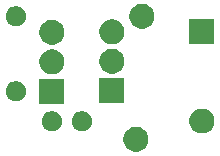
<source format=gbr>
G04 #@! TF.GenerationSoftware,KiCad,Pcbnew,5.1.5-52549c5~86~ubuntu18.04.1*
G04 #@! TF.CreationDate,2020-04-19T21:09:33+03:00*
G04 #@! TF.ProjectId,buzzer,62757a7a-6572-42e6-9b69-6361645f7063,rev?*
G04 #@! TF.SameCoordinates,Original*
G04 #@! TF.FileFunction,Soldermask,Bot*
G04 #@! TF.FilePolarity,Negative*
%FSLAX46Y46*%
G04 Gerber Fmt 4.6, Leading zero omitted, Abs format (unit mm)*
G04 Created by KiCad (PCBNEW 5.1.5-52549c5~86~ubuntu18.04.1) date 2020-04-19 21:09:33*
%MOMM*%
%LPD*%
G04 APERTURE LIST*
%ADD10C,0.100000*%
G04 APERTURE END LIST*
D10*
G36*
X140768564Y-93223389D02*
G01*
X140959833Y-93302615D01*
X140959835Y-93302616D01*
X141131973Y-93417635D01*
X141278365Y-93564027D01*
X141369628Y-93700611D01*
X141393385Y-93736167D01*
X141472611Y-93927436D01*
X141513000Y-94130484D01*
X141513000Y-94337516D01*
X141472611Y-94540564D01*
X141393385Y-94731833D01*
X141393384Y-94731835D01*
X141278365Y-94903973D01*
X141131973Y-95050365D01*
X140959835Y-95165384D01*
X140959834Y-95165385D01*
X140959833Y-95165385D01*
X140768564Y-95244611D01*
X140565516Y-95285000D01*
X140358484Y-95285000D01*
X140155436Y-95244611D01*
X139964167Y-95165385D01*
X139964166Y-95165385D01*
X139964165Y-95165384D01*
X139792027Y-95050365D01*
X139645635Y-94903973D01*
X139530616Y-94731835D01*
X139530615Y-94731833D01*
X139451389Y-94540564D01*
X139411000Y-94337516D01*
X139411000Y-94130484D01*
X139451389Y-93927436D01*
X139530615Y-93736167D01*
X139554373Y-93700611D01*
X139645635Y-93564027D01*
X139792027Y-93417635D01*
X139964165Y-93302616D01*
X139964167Y-93302615D01*
X140155436Y-93223389D01*
X140358484Y-93183000D01*
X140565516Y-93183000D01*
X140768564Y-93223389D01*
G37*
G36*
X146356564Y-91679389D02*
G01*
X146547833Y-91758615D01*
X146547835Y-91758616D01*
X146719973Y-91873635D01*
X146866365Y-92020027D01*
X146964917Y-92167520D01*
X146981385Y-92192167D01*
X147060611Y-92383436D01*
X147101000Y-92586484D01*
X147101000Y-92793516D01*
X147060611Y-92996564D01*
X147012340Y-93113100D01*
X146981384Y-93187835D01*
X146866365Y-93359973D01*
X146719973Y-93506365D01*
X146547835Y-93621384D01*
X146547834Y-93621385D01*
X146547833Y-93621385D01*
X146356564Y-93700611D01*
X146153516Y-93741000D01*
X145946484Y-93741000D01*
X145743436Y-93700611D01*
X145552167Y-93621385D01*
X145552166Y-93621385D01*
X145552165Y-93621384D01*
X145380027Y-93506365D01*
X145233635Y-93359973D01*
X145118616Y-93187835D01*
X145087660Y-93113100D01*
X145039389Y-92996564D01*
X144999000Y-92793516D01*
X144999000Y-92586484D01*
X145039389Y-92383436D01*
X145118615Y-92192167D01*
X145135084Y-92167520D01*
X145233635Y-92020027D01*
X145380027Y-91873635D01*
X145552165Y-91758616D01*
X145552167Y-91758615D01*
X145743436Y-91679389D01*
X145946484Y-91639000D01*
X146153516Y-91639000D01*
X146356564Y-91679389D01*
G37*
G36*
X136138228Y-91891703D02*
G01*
X136293100Y-91955853D01*
X136432481Y-92048985D01*
X136551015Y-92167519D01*
X136644147Y-92306900D01*
X136708297Y-92461772D01*
X136741000Y-92626184D01*
X136741000Y-92793816D01*
X136708297Y-92958228D01*
X136644147Y-93113100D01*
X136551015Y-93252481D01*
X136432481Y-93371015D01*
X136293100Y-93464147D01*
X136138228Y-93528297D01*
X135973816Y-93561000D01*
X135806184Y-93561000D01*
X135641772Y-93528297D01*
X135486900Y-93464147D01*
X135347519Y-93371015D01*
X135228985Y-93252481D01*
X135135853Y-93113100D01*
X135071703Y-92958228D01*
X135039000Y-92793816D01*
X135039000Y-92626184D01*
X135071703Y-92461772D01*
X135135853Y-92306900D01*
X135228985Y-92167519D01*
X135347519Y-92048985D01*
X135486900Y-91955853D01*
X135641772Y-91891703D01*
X135806184Y-91859000D01*
X135973816Y-91859000D01*
X136138228Y-91891703D01*
G37*
G36*
X133598228Y-91891703D02*
G01*
X133753100Y-91955853D01*
X133892481Y-92048985D01*
X134011015Y-92167519D01*
X134104147Y-92306900D01*
X134168297Y-92461772D01*
X134201000Y-92626184D01*
X134201000Y-92793816D01*
X134168297Y-92958228D01*
X134104147Y-93113100D01*
X134011015Y-93252481D01*
X133892481Y-93371015D01*
X133753100Y-93464147D01*
X133598228Y-93528297D01*
X133433816Y-93561000D01*
X133266184Y-93561000D01*
X133101772Y-93528297D01*
X132946900Y-93464147D01*
X132807519Y-93371015D01*
X132688985Y-93252481D01*
X132595853Y-93113100D01*
X132531703Y-92958228D01*
X132499000Y-92793816D01*
X132499000Y-92626184D01*
X132531703Y-92461772D01*
X132595853Y-92306900D01*
X132688985Y-92167519D01*
X132807519Y-92048985D01*
X132946900Y-91955853D01*
X133101772Y-91891703D01*
X133266184Y-91859000D01*
X133433816Y-91859000D01*
X133598228Y-91891703D01*
G37*
G36*
X134401000Y-91221000D02*
G01*
X132299000Y-91221000D01*
X132299000Y-89119000D01*
X134401000Y-89119000D01*
X134401000Y-91221000D01*
G37*
G36*
X139481000Y-91181000D02*
G01*
X137379000Y-91181000D01*
X137379000Y-89079000D01*
X139481000Y-89079000D01*
X139481000Y-91181000D01*
G37*
G36*
X130550228Y-89351703D02*
G01*
X130705100Y-89415853D01*
X130844481Y-89508985D01*
X130963015Y-89627519D01*
X131056147Y-89766900D01*
X131120297Y-89921772D01*
X131153000Y-90086184D01*
X131153000Y-90253816D01*
X131120297Y-90418228D01*
X131056147Y-90573100D01*
X130963015Y-90712481D01*
X130844481Y-90831015D01*
X130705100Y-90924147D01*
X130550228Y-90988297D01*
X130385816Y-91021000D01*
X130218184Y-91021000D01*
X130053772Y-90988297D01*
X129898900Y-90924147D01*
X129759519Y-90831015D01*
X129640985Y-90712481D01*
X129547853Y-90573100D01*
X129483703Y-90418228D01*
X129451000Y-90253816D01*
X129451000Y-90086184D01*
X129483703Y-89921772D01*
X129547853Y-89766900D01*
X129640985Y-89627519D01*
X129759519Y-89508985D01*
X129898900Y-89415853D01*
X130053772Y-89351703D01*
X130218184Y-89319000D01*
X130385816Y-89319000D01*
X130550228Y-89351703D01*
G37*
G36*
X133656564Y-86659389D02*
G01*
X133847833Y-86738615D01*
X133847835Y-86738616D01*
X133960109Y-86813635D01*
X134019973Y-86853635D01*
X134166365Y-87000027D01*
X134281385Y-87172167D01*
X134360611Y-87363436D01*
X134401000Y-87566484D01*
X134401000Y-87773516D01*
X134360611Y-87976564D01*
X134281385Y-88167833D01*
X134281384Y-88167835D01*
X134166365Y-88339973D01*
X134019973Y-88486365D01*
X133847835Y-88601384D01*
X133847834Y-88601385D01*
X133847833Y-88601385D01*
X133656564Y-88680611D01*
X133453516Y-88721000D01*
X133246484Y-88721000D01*
X133043436Y-88680611D01*
X132852167Y-88601385D01*
X132852166Y-88601385D01*
X132852165Y-88601384D01*
X132680027Y-88486365D01*
X132533635Y-88339973D01*
X132418616Y-88167835D01*
X132418615Y-88167833D01*
X132339389Y-87976564D01*
X132299000Y-87773516D01*
X132299000Y-87566484D01*
X132339389Y-87363436D01*
X132418615Y-87172167D01*
X132533635Y-87000027D01*
X132680027Y-86853635D01*
X132739891Y-86813635D01*
X132852165Y-86738616D01*
X132852167Y-86738615D01*
X133043436Y-86659389D01*
X133246484Y-86619000D01*
X133453516Y-86619000D01*
X133656564Y-86659389D01*
G37*
G36*
X138736564Y-86619389D02*
G01*
X138927833Y-86698615D01*
X138927835Y-86698616D01*
X138987699Y-86738616D01*
X139099973Y-86813635D01*
X139246365Y-86960027D01*
X139361385Y-87132167D01*
X139440611Y-87323436D01*
X139481000Y-87526484D01*
X139481000Y-87733516D01*
X139440611Y-87936564D01*
X139424042Y-87976565D01*
X139361384Y-88127835D01*
X139246365Y-88299973D01*
X139099973Y-88446365D01*
X138927835Y-88561384D01*
X138927834Y-88561385D01*
X138927833Y-88561385D01*
X138736564Y-88640611D01*
X138533516Y-88681000D01*
X138326484Y-88681000D01*
X138123436Y-88640611D01*
X137932167Y-88561385D01*
X137932166Y-88561385D01*
X137932165Y-88561384D01*
X137760027Y-88446365D01*
X137613635Y-88299973D01*
X137498616Y-88127835D01*
X137435958Y-87976565D01*
X137419389Y-87936564D01*
X137379000Y-87733516D01*
X137379000Y-87526484D01*
X137419389Y-87323436D01*
X137498615Y-87132167D01*
X137613635Y-86960027D01*
X137760027Y-86813635D01*
X137872301Y-86738616D01*
X137932165Y-86698616D01*
X137932167Y-86698615D01*
X138123436Y-86619389D01*
X138326484Y-86579000D01*
X138533516Y-86579000D01*
X138736564Y-86619389D01*
G37*
G36*
X133656564Y-84159389D02*
G01*
X133810369Y-84223097D01*
X133847835Y-84238616D01*
X134019973Y-84353635D01*
X134166365Y-84500027D01*
X134280606Y-84671000D01*
X134281385Y-84672167D01*
X134360611Y-84863436D01*
X134401000Y-85066484D01*
X134401000Y-85273516D01*
X134360611Y-85476564D01*
X134281385Y-85667833D01*
X134281384Y-85667835D01*
X134166365Y-85839973D01*
X134019973Y-85986365D01*
X133847835Y-86101384D01*
X133847834Y-86101385D01*
X133847833Y-86101385D01*
X133656564Y-86180611D01*
X133453516Y-86221000D01*
X133246484Y-86221000D01*
X133043436Y-86180611D01*
X132852167Y-86101385D01*
X132852166Y-86101385D01*
X132852165Y-86101384D01*
X132680027Y-85986365D01*
X132533635Y-85839973D01*
X132418616Y-85667835D01*
X132418615Y-85667833D01*
X132339389Y-85476564D01*
X132299000Y-85273516D01*
X132299000Y-85066484D01*
X132339389Y-84863436D01*
X132418615Y-84672167D01*
X132419395Y-84671000D01*
X132533635Y-84500027D01*
X132680027Y-84353635D01*
X132852165Y-84238616D01*
X132889631Y-84223097D01*
X133043436Y-84159389D01*
X133246484Y-84119000D01*
X133453516Y-84119000D01*
X133656564Y-84159389D01*
G37*
G36*
X138736564Y-84119389D02*
G01*
X138927833Y-84198615D01*
X138927835Y-84198616D01*
X139099973Y-84313635D01*
X139246365Y-84460027D01*
X139322618Y-84574147D01*
X139361385Y-84632167D01*
X139440611Y-84823436D01*
X139481000Y-85026484D01*
X139481000Y-85233516D01*
X139440611Y-85436564D01*
X139424042Y-85476565D01*
X139361384Y-85627835D01*
X139246365Y-85799973D01*
X139099973Y-85946365D01*
X138927835Y-86061384D01*
X138927834Y-86061385D01*
X138927833Y-86061385D01*
X138736564Y-86140611D01*
X138533516Y-86181000D01*
X138326484Y-86181000D01*
X138123436Y-86140611D01*
X137932167Y-86061385D01*
X137932166Y-86061385D01*
X137932165Y-86061384D01*
X137760027Y-85946365D01*
X137613635Y-85799973D01*
X137498616Y-85627835D01*
X137435958Y-85476565D01*
X137419389Y-85436564D01*
X137379000Y-85233516D01*
X137379000Y-85026484D01*
X137419389Y-84823436D01*
X137498615Y-84632167D01*
X137537383Y-84574147D01*
X137613635Y-84460027D01*
X137760027Y-84313635D01*
X137932165Y-84198616D01*
X137932167Y-84198615D01*
X138123436Y-84119389D01*
X138326484Y-84079000D01*
X138533516Y-84079000D01*
X138736564Y-84119389D01*
G37*
G36*
X147101000Y-86141000D02*
G01*
X144999000Y-86141000D01*
X144999000Y-84039000D01*
X147101000Y-84039000D01*
X147101000Y-86141000D01*
G37*
G36*
X141276564Y-82809389D02*
G01*
X141467833Y-82888615D01*
X141467835Y-82888616D01*
X141588138Y-82969000D01*
X141639973Y-83003635D01*
X141786365Y-83150027D01*
X141901385Y-83322167D01*
X141980611Y-83513436D01*
X142021000Y-83716484D01*
X142021000Y-83923516D01*
X141980611Y-84126564D01*
X141903124Y-84313635D01*
X141901384Y-84317835D01*
X141786365Y-84489973D01*
X141639973Y-84636365D01*
X141467835Y-84751384D01*
X141467834Y-84751385D01*
X141467833Y-84751385D01*
X141276564Y-84830611D01*
X141073516Y-84871000D01*
X140866484Y-84871000D01*
X140663436Y-84830611D01*
X140472167Y-84751385D01*
X140472166Y-84751385D01*
X140472165Y-84751384D01*
X140300027Y-84636365D01*
X140153635Y-84489973D01*
X140038616Y-84317835D01*
X140036876Y-84313635D01*
X139959389Y-84126564D01*
X139919000Y-83923516D01*
X139919000Y-83716484D01*
X139959389Y-83513436D01*
X140038615Y-83322167D01*
X140153635Y-83150027D01*
X140300027Y-83003635D01*
X140351862Y-82969000D01*
X140472165Y-82888616D01*
X140472167Y-82888615D01*
X140663436Y-82809389D01*
X140866484Y-82769000D01*
X141073516Y-82769000D01*
X141276564Y-82809389D01*
G37*
G36*
X130550228Y-83001703D02*
G01*
X130705100Y-83065853D01*
X130844481Y-83158985D01*
X130963015Y-83277519D01*
X131056147Y-83416900D01*
X131120297Y-83571772D01*
X131153000Y-83736184D01*
X131153000Y-83903816D01*
X131120297Y-84068228D01*
X131056147Y-84223100D01*
X130963015Y-84362481D01*
X130844481Y-84481015D01*
X130705100Y-84574147D01*
X130550228Y-84638297D01*
X130385816Y-84671000D01*
X130218184Y-84671000D01*
X130053772Y-84638297D01*
X129898900Y-84574147D01*
X129759519Y-84481015D01*
X129640985Y-84362481D01*
X129547853Y-84223100D01*
X129483703Y-84068228D01*
X129451000Y-83903816D01*
X129451000Y-83736184D01*
X129483703Y-83571772D01*
X129547853Y-83416900D01*
X129640985Y-83277519D01*
X129759519Y-83158985D01*
X129898900Y-83065853D01*
X130053772Y-83001703D01*
X130218184Y-82969000D01*
X130385816Y-82969000D01*
X130550228Y-83001703D01*
G37*
M02*

</source>
